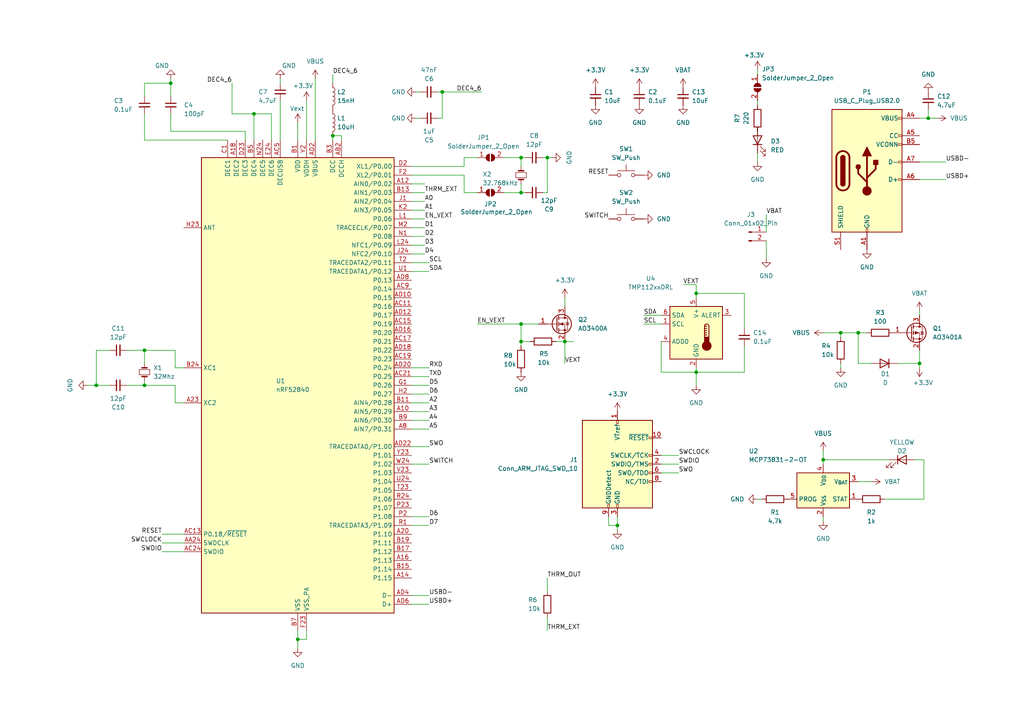
<source format=kicad_sch>
(kicad_sch (version 20231120) (generator "eeschema") (generator_version "8.0")
  (paper "A4")
  (lib_symbols
    (symbol "Battery_Management:MCP73831-2-OT"
      (property "Reference" "U" (at -7.62 6.35 0))
      (property "Value" "MCP73831-2-OT" (at 1.27 6.35 0))
      (symbol "MCP73831-2-OT_0_1"
        (rectangle (start -7.62 5.08) (end 7.62 -5.08) (stroke (width 0.254)) (fill (type background)))
      )
      (symbol "MCP73831-2-OT_1_1"
        (pin tri_state line (at 10.16 -2.54 180) (length 2.54) (name "STAT") (number "1"))
        (pin power_in line (at 0 -7.62 90) (length 2.54) (name "V_{SS}") (number "2"))
        (pin power_out line (at 10.16 2.54 180) (length 2.54) (name "V_{BAT}") (number "3"))
        (pin power_in line (at 0 7.62 270) (length 2.54) (name "V_{DD}") (number "4"))
        (pin input line (at -10.16 -2.54 0) (length 2.54) (name "PROG") (number "5"))
      )
    )
    (symbol "Connector:Conn_01x02_Pin" (pin_names (offset 1.016) hide)
      (property "Reference" "J" (at 0 2.54 0))
      (property "Value" "Conn_01x02_Pin" (at 0 -5.08 0))
      (symbol "Conn_01x02_Pin_1_1"
        (polyline (pts (xy 1.27 -2.54) (xy 0.8636 -2.54)) (stroke (width 0.1524)))
        (polyline (pts (xy 1.27 0) (xy 0.8636 0)) (stroke (width 0.1524)))
        (rectangle (start 0.8636 -2.413) (end 0 -2.667) (stroke (width 0.1524)) (fill (type outline)))
        (rectangle (start 0.8636 0.127) (end 0 -0.127) (stroke (width 0.1524)) (fill (type outline)))
        (pin passive line (at 5.08 0 180) (length 3.81) (name "Pin_1") (number "1"))
        (pin passive line (at 5.08 -2.54 180) (length 3.81) (name "Pin_2") (number "2"))
      )
    )
    (symbol "Connector:Conn_ARM_JTAG_SWD_10" (pin_names (offset 1.016))
      (property "Reference" "J" (at -2.54 16.51 0))
      (property "Value" "Conn_ARM_JTAG_SWD_10" (at -2.54 13.97 0))
      (symbol "Conn_ARM_JTAG_SWD_10_0_1"
        (rectangle (start -10.16 12.7) (end 10.16 -12.7) (stroke (width 0.254)) (fill (type background)))
        (rectangle (start -2.794 -12.7) (end -2.286 -11.684))
        (rectangle (start -0.254 -12.7) (end 0.254 -11.684))
        (rectangle (start -0.254 12.7) (end 0.254 11.684))
        (rectangle (start 9.144 2.286) (end 10.16 2.794))
        (rectangle (start 10.16 -2.794) (end 9.144 -2.286))
        (rectangle (start 10.16 -0.254) (end 9.144 0.254))
        (rectangle (start 10.16 7.874) (end 9.144 7.366))
      )
      (symbol "Conn_ARM_JTAG_SWD_10_1_1"
        (rectangle (start 9.144 -5.334) (end 10.16 -4.826))
        (pin power_in line (at 0 15.24 270) (length 2.54) (name "VTref") (number "1"))
        (pin open_collector line (at 12.7 7.62 180) (length 2.54) (name "~{RESET}") (number "10"))
        (pin bidirectional line (at 12.7 0 180) (length 2.54) (name "SWDIO/TMS") (number "2"))
        (pin power_in line (at 0 -15.24 90) (length 2.54) (name "GND") (number "3"))
        (pin output line (at 12.7 2.54 180) (length 2.54) (name "SWCLK/TCK") (number "4"))
        (pin passive line (at 0 -15.24 90) (length 2.54) hide (name "GND") (number "5"))
        (pin input line (at 12.7 -2.54 180) (length 2.54) (name "SWO/TDO") (number "6"))
        (pin no_connect line (at -10.16 0 0) (length 2.54) hide (name "KEY") (number "7"))
        (pin output line (at 12.7 -5.08 180) (length 2.54) (name "NC/TDI") (number "8"))
        (pin passive line (at -2.54 -15.24 90) (length 2.54) (name "GNDDetect") (number "9"))
      )
    )
    (symbol "Connector:USB_C_Plug_USB2.0" (pin_names (offset 1.016))
      (property "Reference" "P" (at -10.16 19.05 0))
      (property "Value" "USB_C_Plug_USB2.0" (at 12.7 19.05 0))
      (symbol "USB_C_Plug_USB2.0_0_0"
        (rectangle (start -0.254 -17.78) (end 0.254 -16.764))
        (rectangle (start 10.16 -2.286) (end 9.144 -2.794))
        (rectangle (start 10.16 2.794) (end 9.144 2.286))
        (rectangle (start 10.16 7.874) (end 9.144 7.366))
        (rectangle (start 10.16 10.414) (end 9.144 9.906))
        (rectangle (start 10.16 15.494) (end 9.144 14.986))
      )
      (symbol "USB_C_Plug_USB2.0_0_1"
        (rectangle (start -10.16 17.78) (end 10.16 -17.78) (stroke (width 0.254)) (fill (type background)))
        (arc (start -8.89 -3.81) (mid -6.985 -5.7067) (end -5.08 -3.81) (stroke (width 0.508)))
        (arc (start -7.62 -3.81) (mid -6.985 -4.4423) (end -6.35 -3.81) (stroke (width 0.254)))
        (arc (start -7.62 -3.81) (mid -6.985 -4.4423) (end -6.35 -3.81) (stroke (width 0.254)) (fill (type outline)))
        (rectangle (start -7.62 -3.81) (end -6.35 3.81) (stroke (width 0.254)) (fill (type outline)))
        (arc (start -6.35 3.81) (mid -6.985 4.4423) (end -7.62 3.81) (stroke (width 0.254)))
        (arc (start -6.35 3.81) (mid -6.985 4.4423) (end -7.62 3.81) (stroke (width 0.254)) (fill (type outline)))
        (arc (start -5.08 3.81) (mid -6.985 5.7067) (end -8.89 3.81) (stroke (width 0.508)))
        (circle (center -2.54 1.143) (radius 0.635) (stroke (width 0.254)) (fill (type outline)))
        (circle (center 0 -5.842) (radius 1.27) (fill (type outline)))
        (polyline (pts (xy -8.89 -3.81) (xy -8.89 3.81)) (stroke (width 0.508)))
        (polyline (pts (xy -5.08 3.81) (xy -5.08 -3.81)) (stroke (width 0.508)))
        (polyline (pts (xy 0 -5.842) (xy 0 4.318)) (stroke (width 0.508)))
        (polyline (pts (xy 0 -3.302) (xy -2.54 -0.762) (xy -2.54 0.508)) (stroke (width 0.508)))
        (polyline (pts (xy 0 -2.032) (xy 2.54 0.508) (xy 2.54 1.778)) (stroke (width 0.508)))
        (polyline (pts (xy -1.27 4.318) (xy 0 6.858) (xy 1.27 4.318) (xy -1.27 4.318)) (stroke (width 0.254)) (fill (type outline)))
        (rectangle (start 1.905 1.778) (end 3.175 3.048) (stroke (width 0.254)) (fill (type outline)))
      )
      (symbol "USB_C_Plug_USB2.0_1_1"
        (pin passive line (at 0 -22.86 90) (length 5.08) (name "GND") (number "A1"))
        (pin passive line (at 0 -22.86 90) (length 5.08) hide (name "GND") (number "A12"))
        (pin passive line (at 15.24 15.24 180) (length 5.08) (name "VBUS") (number "A4"))
        (pin bidirectional line (at 15.24 10.16 180) (length 5.08) (name "CC") (number "A5"))
        (pin bidirectional line (at 15.24 -2.54 180) (length 5.08) (name "D+") (number "A6"))
        (pin bidirectional line (at 15.24 2.54 180) (length 5.08) (name "D-") (number "A7"))
        (pin passive line (at 15.24 15.24 180) (length 5.08) hide (name "VBUS") (number "A9"))
        (pin passive line (at 0 -22.86 90) (length 5.08) hide (name "GND") (number "B1"))
        (pin passive line (at 0 -22.86 90) (length 5.08) hide (name "GND") (number "B12"))
        (pin passive line (at 15.24 15.24 180) (length 5.08) hide (name "VBUS") (number "B4"))
        (pin bidirectional line (at 15.24 7.62 180) (length 5.08) (name "VCONN") (number "B5"))
        (pin passive line (at 15.24 15.24 180) (length 5.08) hide (name "VBUS") (number "B9"))
        (pin passive line (at -7.62 -22.86 90) (length 5.08) (name "SHIELD") (number "S1"))
      )
    )
    (symbol "Device:C_Small" (pin_numbers hide) (pin_names (offset 0.254) hide)
      (property "Reference" "C" (at 0.254 1.778 0))
      (property "Value" "C_Small" (at 0.254 -2.032 0))
      (symbol "C_Small_0_1"
        (polyline (pts (xy -1.524 -0.508) (xy 1.524 -0.508)) (stroke (width 0.3302)))
        (polyline (pts (xy -1.524 0.508) (xy 1.524 0.508)) (stroke (width 0.3048)))
      )
      (symbol "C_Small_1_1"
        (pin passive line (at 0 2.54 270) (length 2.032) (name "~") (number "1"))
        (pin passive line (at 0 -2.54 90) (length 2.032) (name "~") (number "2"))
      )
    )
    (symbol "Device:Crystal_Small" (pin_numbers hide) (pin_names (offset 1.016) hide)
      (property "Reference" "Y" (at 0 2.54 0))
      (property "Value" "Crystal_Small" (at 0 -2.54 0))
      (symbol "Crystal_Small_0_1"
        (rectangle (start -0.762 -1.524) (end 0.762 1.524))
        (polyline (pts (xy -1.27 -0.762) (xy -1.27 0.762)) (stroke (width 0.381)))
        (polyline (pts (xy 1.27 -0.762) (xy 1.27 0.762)) (stroke (width 0.381)))
      )
      (symbol "Crystal_Small_1_1"
        (pin passive line (at -2.54 0 0) (length 1.27) (name "1") (number "1"))
        (pin passive line (at 2.54 0 180) (length 1.27) (name "2") (number "2"))
      )
    )
    (symbol "Device:D" (pin_numbers hide) (pin_names (offset 1.016) hide)
      (property "Reference" "D" (at 0 2.54 0))
      (property "Value" "D" (at 0 -2.54 0))
      (symbol "D_0_1"
        (polyline (pts (xy -1.27 1.27) (xy -1.27 -1.27)) (stroke (width 0.254)))
        (polyline (pts (xy 1.27 0) (xy -1.27 0)))
        (polyline (pts (xy 1.27 1.27) (xy 1.27 -1.27) (xy -1.27 0) (xy 1.27 1.27)) (stroke (width 0.254)))
      )
      (symbol "D_1_1"
        (pin passive line (at -3.81 0 0) (length 2.54) (name "K") (number "1"))
        (pin passive line (at 3.81 0 180) (length 2.54) (name "A") (number "2"))
      )
    )
    (symbol "Device:L" (pin_numbers hide) (pin_names (offset 1.016) hide)
      (property "Reference" "L" (at -1.27 0 90))
      (property "Value" "L" (at 1.905 0 90))
      (symbol "L_0_1"
        (arc (start 0 -2.54) (mid 0.6323 -1.905) (end 0 -1.27))
        (arc (start 0 -1.27) (mid 0.6323 -0.635) (end 0 0))
        (arc (start 0 0) (mid 0.6323 0.635) (end 0 1.27))
        (arc (start 0 1.27) (mid 0.6323 1.905) (end 0 2.54))
      )
      (symbol "L_1_1"
        (pin passive line (at 0 3.81 270) (length 1.27) (name "1") (number "1"))
        (pin passive line (at 0 -3.81 90) (length 1.27) (name "2") (number "2"))
      )
    )
    (symbol "Device:LED" (pin_numbers hide) (pin_names (offset 1.016) hide)
      (property "Reference" "D" (at 0 2.54 0))
      (property "Value" "LED" (at 0 -2.54 0))
      (symbol "LED_0_1"
        (polyline (pts (xy -1.27 -1.27) (xy -1.27 1.27)) (stroke (width 0.254)))
        (polyline (pts (xy -1.27 0) (xy 1.27 0)))
        (polyline (pts (xy 1.27 -1.27) (xy 1.27 1.27) (xy -1.27 0) (xy 1.27 -1.27)) (stroke (width 0.254)))
        (polyline (pts (xy -3.048 -0.762) (xy -4.572 -2.286) (xy -3.81 -2.286) (xy -4.572 -2.286) (xy -4.572 -1.524)))
        (polyline (pts (xy -1.778 -0.762) (xy -3.302 -2.286) (xy -2.54 -2.286) (xy -3.302 -2.286) (xy -3.302 -1.524)))
      )
      (symbol "LED_1_1"
        (pin passive line (at -3.81 0 0) (length 2.54) (name "K") (number "1"))
        (pin passive line (at 3.81 0 180) (length 2.54) (name "A") (number "2"))
      )
    )
    (symbol "Device:R" (pin_numbers hide) (pin_names (offset 0))
      (property "Reference" "R" (at 2.032 0 90))
      (property "Value" "R" (at 0 0 90))
      (symbol "R_0_1"
        (rectangle (start -1.016 -2.54) (end 1.016 2.54) (stroke (width 0.254)))
      )
      (symbol "R_1_1"
        (pin passive line (at 0 3.81 270) (length 1.27) (name "~") (number "1"))
        (pin passive line (at 0 -3.81 90) (length 1.27) (name "~") (number "2"))
      )
    )
    (symbol "GND_1" (power) (pin_numbers hide) (pin_names (offset 0) hide)
      (property "Value" "GND" (at 0 -3.81 0))
      (symbol "GND_1_0_1"
        (polyline (pts (xy 0 0) (xy 0 -1.27) (xy 1.27 -1.27) (xy 0 -2.54) (xy -1.27 -1.27) (xy 0 -1.27)))
      )
      (symbol "GND_1_1_1"
        (pin power_in line (at 0 0 270) (length 0) (name "~") (number "1"))
      )
    )
    (symbol "Jumper:SolderJumper_2_Open" (pin_names (offset 0) hide)
      (property "Reference" "JP" (at 0 2.032 0))
      (property "Value" "SolderJumper_2_Open" (at 0 -2.54 0))
      (symbol "SolderJumper_2_Open_0_1"
        (arc (start -0.254 1.016) (mid -1.2655 0) (end -0.254 -1.016))
        (arc (start -0.254 1.016) (mid -1.2655 0) (end -0.254 -1.016) (fill (type outline)))
        (polyline (pts (xy -0.254 1.016) (xy -0.254 -1.016)))
        (polyline (pts (xy 0.254 1.016) (xy 0.254 -1.016)))
        (arc (start 0.254 -1.016) (mid 1.2655 0) (end 0.254 1.016))
        (arc (start 0.254 -1.016) (mid 1.2655 0) (end 0.254 1.016) (fill (type outline)))
      )
      (symbol "SolderJumper_2_Open_1_1"
        (pin passive line (at -3.81 0 0) (length 2.54) (name "A") (number "1"))
        (pin passive line (at 3.81 0 180) (length 2.54) (name "B") (number "2"))
      )
    )
    (symbol "MCU_Nordic:nRF52840"
      (property "Reference" "U" (at 0 5.08 0))
      (property "Value" "nRF52840" (at 0 2.54 0))
      (symbol "nRF52840_0_1"
        (rectangle (start -27.94 66.04) (end 27.94 -66.04) (stroke (width 0.254)) (fill (type background)))
      )
      (symbol "nRF52840_1_1"
        (pin bidirectional line (at 33.02 -7.62 180) (length 5.08) (name "AIN5/P0.29") (number "A10"))
        (pin bidirectional line (at 33.02 58.42 180) (length 5.08) (name "AIN0/P0.02") (number "A12"))
        (pin bidirectional line (at 33.02 -55.88 180) (length 5.08) (name "P1.15") (number "A14"))
        (pin bidirectional line (at 33.02 -50.8 180) (length 5.08) (name "P1.13") (number "A16"))
        (pin passive line (at -17.78 71.12 270) (length 5.08) (name "DEC2") (number "A18"))
        (pin bidirectional line (at 33.02 -43.18 180) (length 5.08) (name "P1.10") (number "A20"))
        (pin passive line (at 0 71.12 270) (length 5.08) hide (name "VDD") (number "A22"))
        (pin input line (at -33.02 -5.08 0) (length 5.08) (name "XC2") (number "A23"))
        (pin bidirectional line (at 33.02 -12.7 180) (length 5.08) (name "AIN7/P0.31") (number "A8"))
        (pin input line (at -33.02 -45.72 0) (length 5.08) (name "SWDCLK") (number "AA24"))
        (pin power_out line (at 12.7 71.12 270) (length 5.08) (name "DCCH") (number "AB2"))
        (pin bidirectional line (at 33.02 22.86 180) (length 5.08) (name "P0.16") (number "AC11"))
        (pin bidirectional line (at -33.02 -43.18 0) (length 5.08) (name "P0.18/~{RESET}") (number "AC13"))
        (pin bidirectional line (at 33.02 17.78 180) (length 5.08) (name "P0.19") (number "AC15"))
        (pin bidirectional line (at 33.02 12.7 180) (length 5.08) (name "P0.21") (number "AC17"))
        (pin bidirectional line (at 33.02 7.62 180) (length 5.08) (name "P0.23") (number "AC19"))
        (pin bidirectional line (at 33.02 2.54 180) (length 5.08) (name "P0.25") (number "AC21"))
        (pin bidirectional line (at -33.02 -48.26 0) (length 5.08) (name "SWDIO") (number "AC24"))
        (pin passive line (at -5.08 71.12 270) (length 5.08) (name "DECUSB") (number "AC5"))
        (pin bidirectional line (at 33.02 27.94 180) (length 5.08) (name "P0.14") (number "AC9"))
        (pin bidirectional line (at 33.02 25.4 180) (length 5.08) (name "P0.15") (number "AD10"))
        (pin bidirectional line (at 33.02 20.32 180) (length 5.08) (name "P0.17") (number "AD12"))
        (pin passive line (at 0 71.12 270) (length 5.08) hide (name "VDD") (number "AD14"))
        (pin bidirectional line (at 33.02 15.24 180) (length 5.08) (name "P0.20") (number "AD16"))
        (pin bidirectional line (at 33.02 10.16 180) (length 5.08) (name "P0.22") (number "AD18"))
        (pin power_in line (at 5.08 71.12 270) (length 5.08) (name "VBUS") (number "AD2"))
        (pin bidirectional line (at 33.02 5.08 180) (length 5.08) (name "P0.24") (number "AD20"))
        (pin bidirectional line (at 33.02 -17.78 180) (length 5.08) (name "TRACEDATA0/P1.00") (number "AD22"))
        (pin passive line (at 0 71.12 270) (length 5.08) hide (name "VDD") (number "AD23"))
        (pin bidirectional line (at 33.02 -60.96 180) (length 5.08) (name "D-") (number "AD4"))
        (pin bidirectional line (at 33.02 -63.5 180) (length 5.08) (name "D+") (number "AD6"))
        (pin bidirectional line (at 33.02 30.48 180) (length 5.08) (name "P0.13") (number "AD8"))
        (pin power_in line (at 0 71.12 270) (length 5.08) (name "VDD") (number "B1"))
        (pin bidirectional line (at 33.02 -5.08 180) (length 5.08) (name "AIN4/P0.28") (number "B11"))
        (pin bidirectional line (at 33.02 55.88 180) (length 5.08) (name "AIN1/P0.03") (number "B13"))
        (pin bidirectional line (at 33.02 -53.34 180) (length 5.08) (name "P1.14") (number "B15"))
        (pin bidirectional line (at 33.02 -48.26 180) (length 5.08) (name "P1.12") (number "B17"))
        (pin bidirectional line (at 33.02 -45.72 180) (length 5.08) (name "P1.11") (number "B19"))
        (pin input line (at -33.02 5.08 0) (length 5.08) (name "XC1") (number "B24"))
        (pin power_out line (at 10.16 71.12 270) (length 5.08) (name "DCC") (number "B3"))
        (pin passive line (at -12.7 71.12 270) (length 5.08) (name "DEC4") (number "B5"))
        (pin power_in line (at 0 -71.12 90) (length 5.08) (name "VSS") (number "B7"))
        (pin bidirectional line (at 33.02 -10.16 180) (length 5.08) (name "AIN6/P0.30") (number "B9"))
        (pin passive line (at -20.32 71.12 270) (length 5.08) (name "DEC1") (number "C1"))
        (pin bidirectional line (at 33.02 63.5 180) (length 5.08) (name "XL1/P0.00") (number "D2"))
        (pin passive line (at -15.24 71.12 270) (length 5.08) (name "DEC3") (number "D23"))
        (pin passive line (at -7.62 71.12 270) (length 5.08) (name "DEC6") (number "E24"))
        (pin passive line (at 0 -71.12 90) (length 5.08) hide (name "VSS") (number "EP"))
        (pin bidirectional line (at 33.02 60.96 180) (length 5.08) (name "XL2/P0.01") (number "F2"))
        (pin power_in line (at 2.54 -71.12 90) (length 5.08) (name "VSS_PA") (number "F23"))
        (pin bidirectional line (at 33.02 0 180) (length 5.08) (name "P0.26") (number "G1"))
        (pin bidirectional line (at 33.02 -2.54 180) (length 5.08) (name "P0.27") (number "H2"))
        (pin passive line (at -33.02 45.72 0) (length 5.08) (name "ANT") (number "H23"))
        (pin bidirectional line (at 33.02 53.34 180) (length 5.08) (name "AIN2/P0.04") (number "J1"))
        (pin bidirectional line (at 33.02 38.1 180) (length 5.08) (name "NFC2/P0.10") (number "J24"))
        (pin bidirectional line (at 33.02 50.8 180) (length 5.08) (name "AIN3/P0.05") (number "K2"))
        (pin bidirectional line (at 33.02 48.26 180) (length 5.08) (name "P0.06") (number "L1"))
        (pin bidirectional line (at 33.02 40.64 180) (length 5.08) (name "NFC1/P0.09") (number "L24"))
        (pin bidirectional line (at 33.02 45.72 180) (length 5.08) (name "TRACECLK/P0.07") (number "M2"))
        (pin bidirectional line (at 33.02 43.18 180) (length 5.08) (name "P0.08") (number "N1"))
        (pin passive line (at -10.16 71.12 270) (length 5.08) (name "DEC5") (number "N24"))
        (pin bidirectional line (at 33.02 -38.1 180) (length 5.08) (name "P1.08") (number "P2"))
        (pin bidirectional line (at 33.02 -35.56 180) (length 5.08) (name "P1.07") (number "P23"))
        (pin bidirectional line (at 33.02 -40.64 180) (length 5.08) (name "TRACEDATA3/P1.09") (number "R1"))
        (pin bidirectional line (at 33.02 -33.02 180) (length 5.08) (name "P1.06") (number "R24"))
        (pin bidirectional line (at 33.02 35.56 180) (length 5.08) (name "TRACEDATA2/P0.11") (number "T2"))
        (pin bidirectional line (at 33.02 -30.48 180) (length 5.08) (name "P1.05") (number "T23"))
        (pin bidirectional line (at 33.02 33.02 180) (length 5.08) (name "TRACEDATA1/P0.12") (number "U1"))
        (pin bidirectional line (at 33.02 -27.94 180) (length 5.08) (name "P1.04") (number "U24"))
        (pin bidirectional line (at 33.02 -25.4 180) (length 5.08) (name "P1.03") (number "V23"))
        (pin passive line (at 0 71.12 270) (length 5.08) hide (name "VDD") (number "W1"))
        (pin bidirectional line (at 33.02 -22.86 180) (length 5.08) (name "P1.02") (number "W24"))
        (pin power_in line (at 2.54 71.12 270) (length 5.08) (name "VDDH") (number "Y2"))
        (pin bidirectional line (at 33.02 -20.32 180) (length 5.08) (name "P1.01") (number "Y23"))
      )
    )
    (symbol "Sensor_Temperature:TMP112xxDRL"
      (property "Reference" "U" (at -2.54 10.795 0))
      (property "Value" "TMP112xxDRL" (at -2.54 8.89 0))
      (symbol "TMP112xxDRL_0_1"
        (rectangle (start -7.62 7.62) (end 7.62 -7.62) (stroke (width 0.254)) (fill (type background)))
      )
      (symbol "TMP112xxDRL_1_1"
        (polyline (pts (xy 2.413 -0.635) (xy 3.048 -0.635)) (stroke (width 0.254)))
        (polyline (pts (xy 2.413 0) (xy 3.048 0)) (stroke (width 0.254)))
        (polyline (pts (xy 2.413 0.635) (xy 3.048 0.635)) (stroke (width 0.254)))
        (polyline (pts (xy 2.413 1.27) (xy 3.048 1.27)) (stroke (width 0.254)))
        (polyline (pts (xy 2.413 1.905) (xy 2.413 -1.27)) (stroke (width 0.254)))
        (polyline (pts (xy 2.413 1.905) (xy 3.048 1.905)) (stroke (width 0.254)))
        (polyline (pts (xy 3.683 1.905) (xy 3.683 -1.27)) (stroke (width 0.254)))
        (circle (center 3.048 -3.81) (radius 1.27) (stroke (width 0.254)) (fill (type outline)))
        (rectangle (start 3.683 -3.175) (end 2.413 -1.27) (stroke (width 0.254)) (fill (type outline)))
        (arc (start 3.683 1.905) (mid 3.048 2.5372) (end 2.413 1.905) (stroke (width 0.254)))
        (pin input line (at -10.16 2.54 0) (length 2.54) (name "SCL") (number "1"))
        (pin power_in line (at 0 -10.16 90) (length 2.54) (name "GND") (number "2"))
        (pin open_collector line (at 10.16 5.08 180) (length 2.54) (name "ALERT") (number "3"))
        (pin input line (at -10.16 -2.54 0) (length 2.54) (name "ADD0") (number "4"))
        (pin power_in line (at 0 10.16 270) (length 2.54) (name "V+") (number "5"))
        (pin bidirectional line (at -10.16 5.08 0) (length 2.54) (name "SDA") (number "6"))
      )
    )
    (symbol "Switch:SW_Push" (pin_numbers hide) (pin_names (offset 1.016) hide)
      (property "Reference" "SW" (at 1.27 2.54 0))
      (property "Value" "SW_Push" (at 0 -1.524 0))
      (symbol "SW_Push_0_1"
        (circle (center -2.032 0) (radius 0.508))
        (polyline (pts (xy 0 1.27) (xy 0 3.048)))
        (polyline (pts (xy 2.54 1.27) (xy -2.54 1.27)))
        (circle (center 2.032 0) (radius 0.508))
        (pin passive line (at -5.08 0 0) (length 2.54) (name "1") (number "1"))
        (pin passive line (at 5.08 0 180) (length 2.54) (name "2") (number "2"))
      )
    )
    (symbol "Transistor_FET:AO3400A" (pin_names hide)
      (property "Reference" "Q" (at 5.08 1.905 0))
      (property "Value" "AO3400A" (at 5.08 0 0))
      (symbol "AO3400A_0_1"
        (polyline (pts (xy 0.254 0) (xy -2.54 0)))
        (polyline (pts (xy 0.254 1.905) (xy 0.254 -1.905)) (stroke (width 0.254)))
        (polyline (pts (xy 0.762 -1.27) (xy 0.762 -2.286)) (stroke (width 0.254)))
        (polyline (pts (xy 0.762 0.508) (xy 0.762 -0.508)) (stroke (width 0.254)))
        (polyline (pts (xy 0.762 2.286) (xy 0.762 1.27)) (stroke (width 0.254)))
        (polyline (pts (xy 2.54 2.54) (xy 2.54 1.778)))
        (polyline (pts (xy 2.54 -2.54) (xy 2.54 0) (xy 0.762 0)))
        (polyline (pts (xy 0.762 -1.778) (xy 3.302 -1.778) (xy 3.302 1.778) (xy 0.762 1.778)))
        (polyline (pts (xy 1.016 0) (xy 2.032 0.381) (xy 2.032 -0.381) (xy 1.016 0)) (fill (type outline)))
        (polyline (pts (xy 2.794 0.508) (xy 2.921 0.381) (xy 3.683 0.381) (xy 3.81 0.254)))
        (polyline (pts (xy 3.302 0.381) (xy 2.921 -0.254) (xy 3.683 -0.254) (xy 3.302 0.381)))
        (circle (center 1.651 0) (radius 2.794) (stroke (width 0.254)))
        (circle (center 2.54 -1.778) (radius 0.254) (fill (type outline)))
        (circle (center 2.54 1.778) (radius 0.254) (fill (type outline)))
      )
      (symbol "AO3400A_1_1"
        (pin input line (at -5.08 0 0) (length 2.54) (name "G") (number "1"))
        (pin passive line (at 2.54 -5.08 90) (length 2.54) (name "S") (number "2"))
        (pin passive line (at 2.54 5.08 270) (length 2.54) (name "D") (number "3"))
      )
    )
    (symbol "Transistor_FET:AO3401A" (pin_names hide)
      (property "Reference" "Q" (at 5.08 1.905 0))
      (property "Value" "AO3401A" (at 5.08 0 0))
      (symbol "AO3401A_0_1"
        (polyline (pts (xy 0.254 0) (xy -2.54 0)))
        (polyline (pts (xy 0.254 1.905) (xy 0.254 -1.905)) (stroke (width 0.254)))
        (polyline (pts (xy 0.762 -1.27) (xy 0.762 -2.286)) (stroke (width 0.254)))
        (polyline (pts (xy 0.762 0.508) (xy 0.762 -0.508)) (stroke (width 0.254)))
        (polyline (pts (xy 0.762 2.286) (xy 0.762 1.27)) (stroke (width 0.254)))
        (polyline (pts (xy 2.54 2.54) (xy 2.54 1.778)))
        (polyline (pts (xy 2.54 -2.54) (xy 2.54 0) (xy 0.762 0)))
        (polyline (pts (xy 0.762 1.778) (xy 3.302 1.778) (xy 3.302 -1.778) (xy 0.762 -1.778)))
        (polyline (pts (xy 2.286 0) (xy 1.27 0.381) (xy 1.27 -0.381) (xy 2.286 0)) (fill (type outline)))
        (polyline (pts (xy 2.794 -0.508) (xy 2.921 -0.381) (xy 3.683 -0.381) (xy 3.81 -0.254)))
        (polyline (pts (xy 3.302 -0.381) (xy 2.921 0.254) (xy 3.683 0.254) (xy 3.302 -0.381)))
        (circle (center 1.651 0) (radius 2.794) (stroke (width 0.254)))
        (circle (center 2.54 -1.778) (radius 0.254) (fill (type outline)))
        (circle (center 2.54 1.778) (radius 0.254) (fill (type outline)))
      )
      (symbol "AO3401A_1_1"
        (pin input line (at -5.08 0 0) (length 2.54) (name "G") (number "1"))
        (pin passive line (at 2.54 -5.08 90) (length 2.54) (name "S") (number "2"))
        (pin passive line (at 2.54 5.08 270) (length 2.54) (name "D") (number "3"))
      )
    )
    (symbol "VBUS_1" (power) (pin_names (offset 0))
      (property "Value" "VBAT" (at 0 3.81 90))
      (symbol "VBUS_1_0_1"
        (polyline (pts (xy -0.762 1.27) (xy 0 2.54)))
        (polyline (pts (xy 0 0) (xy 0 2.54)))
        (polyline (pts (xy 0 2.54) (xy 0.762 1.27)))
      )
      (symbol "VBUS_1_1_1"
        (pin power_in line (at 0 0 90) (length 0) hide (name "VBAT") (number "1"))
      )
    )
    (symbol "VBUS_2" (power) (pin_numbers hide) (pin_names (offset 0) hide)
      (property "Value" "VBUS" (at 0 3.556 0))
      (symbol "VBUS_2_0_1"
        (polyline (pts (xy -0.762 1.27) (xy 0 2.54)))
        (polyline (pts (xy 0 0) (xy 0 2.54)))
        (polyline (pts (xy 0 2.54) (xy 0.762 1.27)))
      )
      (symbol "VBUS_2_1_1"
        (pin power_in line (at 0 0 90) (length 0) (name "~") (number "1"))
      )
    )
    (symbol "power:+3.3V" (power) (pin_names (offset 0))
      (property "Value" "+3.3V" (at 0 3.556 0))
      (symbol "+3.3V_0_1"
        (polyline (pts (xy -0.762 1.27) (xy 0 2.54)))
        (polyline (pts (xy 0 0) (xy 0 2.54)))
        (polyline (pts (xy 0 2.54) (xy 0.762 1.27)))
      )
      (symbol "+3.3V_1_1"
        (pin power_in line (at 0 0 90) (length 0) hide (name "+3.3V") (number "1"))
      )
    )
    (symbol "power:GND" (power) (pin_names (offset 0))
      (property "Value" "GND" (at 0 -3.81 0))
      (symbol "GND_0_1"
        (polyline (pts (xy 0 0) (xy 0 -1.27) (xy 1.27 -1.27) (xy 0 -2.54) (xy -1.27 -1.27) (xy 0 -1.27)))
      )
      (symbol "GND_1_1"
        (pin power_in line (at 0 0 270) (length 0) hide (name "GND") (number "1"))
      )
    )
    (symbol "power:VBUS" (power) (pin_names (offset 0))
      (property "Value" "VBUS" (at 0 3.81 0))
      (symbol "VBUS_0_1"
        (polyline (pts (xy -0.762 1.27) (xy 0 2.54)))
        (polyline (pts (xy 0 0) (xy 0 2.54)))
        (polyline (pts (xy 0 2.54) (xy 0.762 1.27)))
      )
      (symbol "VBUS_1_1"
        (pin power_in line (at 0 0 90) (length 0) hide (name "VBUS") (number "1"))
      )
    )
  )
  (junction (at 201.93 107.95))
  (junction (at 86.36 185.42))
  (junction (at 201.93 85.09))
  (junction (at 96.52 39.37))
  (junction (at 151.13 99.06))
  (junction (at 27.94 111.76))
  (junction (at 41.91 101.6))
  (junction (at 179.07 152.4))
  (junction (at 243.84 96.52))
  (junction (at 163.83 99.06))
  (junction (at 151.13 45.72))
  (junction (at 41.91 111.76))
  (junction (at 238.76 133.35))
  (junction (at 151.13 93.98))
  (junction (at 151.13 55.88))
  (junction (at 49.53 24.13))
  (junction (at 266.7 105.41))
  (junction (at 73.66 33.02))
  (junction (at 269.24 34.29))
  (junction (at 248.92 96.52))
  (junction (at 158.75 45.72))
  (junction (at 128.27 26.67))
  (wire (pts (xy 163.83 105.41) (xy 163.83 99.06)))
  (wire (pts (xy 49.53 22.86) (xy 49.53 24.13)))
  (wire (pts (xy 67.31 24.13) (xy 67.31 33.02)))
  (wire (pts (xy 41.91 101.6) (xy 36.83 101.6)))
  (wire (pts (xy 179.07 152.4) (xy 179.07 149.86)))
  (wire (pts (xy 196.85 137.16) (xy 191.77 137.16)))
  (wire (pts (xy 81.28 29.21) (xy 81.28 40.64)))
  (wire (pts (xy 124.46 172.72) (xy 119.38 172.72)))
  (wire (pts (xy 248.92 105.41) (xy 252.73 105.41)))
  (wire (pts (xy 238.76 96.52) (xy 243.84 96.52)))
  (wire (pts (xy 119.38 119.38) (xy 124.46 119.38)))
  (wire (pts (xy 119.38 60.96) (xy 123.19 60.96)))
  (wire (pts (xy 119.38 63.5) (xy 123.19 63.5)))
  (wire (pts (xy 186.69 93.98) (xy 191.77 93.98)))
  (wire (pts (xy 88.9 182.88) (xy 88.9 185.42)))
  (wire (pts (xy 151.13 93.98) (xy 156.21 93.98)))
  (wire (pts (xy 119.38 149.86) (xy 124.46 149.86)))
  (wire (pts (xy 151.13 93.98) (xy 151.13 99.06)))
  (wire (pts (xy 41.91 105.41) (xy 41.91 101.6)))
  (wire (pts (xy 196.85 134.62) (xy 191.77 134.62)))
  (wire (pts (xy 138.43 93.98) (xy 151.13 93.98)))
  (wire (pts (xy 120.65 34.29) (xy 121.92 34.29)))
  (wire (pts (xy 201.93 111.76) (xy 201.93 107.95)))
  (wire (pts (xy 31.75 111.76) (xy 27.94 111.76)))
  (wire (pts (xy 219.71 144.78) (xy 220.98 144.78)))
  (wire (pts (xy 134.62 50.8) (xy 134.62 55.88)))
  (wire (pts (xy 160.02 45.72) (xy 158.75 45.72)))
  (wire (pts (xy 266.7 106.68) (xy 266.7 105.41)))
  (wire (pts (xy 186.69 91.44) (xy 191.77 91.44)))
  (wire (pts (xy 157.48 45.72) (xy 158.75 45.72)))
  (wire (pts (xy 99.06 40.64) (xy 99.06 39.37)))
  (wire (pts (xy 78.74 33.02) (xy 73.66 33.02)))
  (wire (pts (xy 91.44 22.86) (xy 91.44 40.64)))
  (wire (pts (xy 128.27 34.29) (xy 128.27 26.67)))
  (wire (pts (xy 163.83 86.36) (xy 163.83 88.9)))
  (wire (pts (xy 86.36 185.42) (xy 86.36 182.88)))
  (wire (pts (xy 119.38 58.42) (xy 123.19 58.42)))
  (wire (pts (xy 157.48 55.88) (xy 158.75 55.88)))
  (wire (pts (xy 176.53 152.4) (xy 179.07 152.4)))
  (wire (pts (xy 124.46 78.74) (xy 119.38 78.74)))
  (wire (pts (xy 119.38 48.26) (xy 134.62 48.26)))
  (wire (pts (xy 146.05 55.88) (xy 151.13 55.88)))
  (wire (pts (xy 78.74 33.02) (xy 78.74 40.64)))
  (wire (pts (xy 196.85 132.08) (xy 191.77 132.08)))
  (wire (pts (xy 119.38 116.84) (xy 124.46 116.84)))
  (wire (pts (xy 248.92 96.52) (xy 251.46 96.52)))
  (wire (pts (xy 124.46 76.2) (xy 119.38 76.2)))
  (wire (pts (xy 119.38 73.66) (xy 123.19 73.66)))
  (wire (pts (xy 176.53 149.86) (xy 176.53 152.4)))
  (wire (pts (xy 124.46 175.26) (xy 119.38 175.26)))
  (wire (pts (xy 53.34 106.68) (xy 50.8 106.68)))
  (wire (pts (xy 50.8 116.84) (xy 53.34 116.84)))
  (wire (pts (xy 252.73 139.7) (xy 248.92 139.7)))
  (wire (pts (xy 49.53 33.02) (xy 49.53 38.1)))
  (wire (pts (xy 134.62 45.72) (xy 138.43 45.72)))
  (wire (pts (xy 41.91 33.02) (xy 41.91 40.64)))
  (wire (pts (xy 49.53 24.13) (xy 41.91 24.13)))
  (wire (pts (xy 151.13 53.34) (xy 151.13 55.88)))
  (wire (pts (xy 238.76 133.35) (xy 238.76 130.81)))
  (wire (pts (xy 119.38 121.92) (xy 124.46 121.92)))
  (wire (pts (xy 266.7 105.41) (xy 266.7 101.6)))
  (wire (pts (xy 25.4 111.76) (xy 27.94 111.76)))
  (wire (pts (xy 266.7 90.17) (xy 266.7 91.44)))
  (wire (pts (xy 67.31 33.02) (xy 73.66 33.02)))
  (wire (pts (xy 248.92 96.52) (xy 248.92 105.41)))
  (wire (pts (xy 201.93 85.09) (xy 201.93 86.36)))
  (wire (pts (xy 96.52 39.37) (xy 96.52 40.64)))
  (wire (pts (xy 119.38 71.12) (xy 123.19 71.12)))
  (wire (pts (xy 127 34.29) (xy 128.27 34.29)))
  (wire (pts (xy 274.32 52.07) (xy 266.7 52.07)))
  (wire (pts (xy 238.76 133.35) (xy 238.76 134.62)))
  (wire (pts (xy 222.25 62.23) (xy 222.25 67.31)))
  (wire (pts (xy 41.91 111.76) (xy 36.83 111.76)))
  (wire (pts (xy 134.62 55.88) (xy 138.43 55.88)))
  (wire (pts (xy 158.75 182.88) (xy 158.75 179.07)))
  (wire (pts (xy 215.9 85.09) (xy 215.9 95.25)))
  (wire (pts (xy 269.24 34.29) (xy 266.7 34.29)))
  (wire (pts (xy 46.99 160.02) (xy 53.34 160.02)))
  (wire (pts (xy 260.35 105.41) (xy 266.7 105.41)))
  (wire (pts (xy 219.71 44.45) (xy 219.71 46.99)))
  (wire (pts (xy 124.46 106.68) (xy 119.38 106.68)))
  (wire (pts (xy 66.04 40.64) (xy 41.91 40.64)))
  (wire (pts (xy 81.28 22.86) (xy 81.28 24.13)))
  (wire (pts (xy 128.27 26.67) (xy 139.7 26.67)))
  (wire (pts (xy 219.71 21.59) (xy 219.71 20.32)))
  (wire (pts (xy 238.76 151.13) (xy 238.76 149.86)))
  (wire (pts (xy 243.84 97.79) (xy 243.84 96.52)))
  (wire (pts (xy 119.38 124.46) (xy 124.46 124.46)))
  (wire (pts (xy 198.12 82.55) (xy 201.93 82.55)))
  (wire (pts (xy 269.24 31.75) (xy 269.24 34.29)))
  (wire (pts (xy 88.9 185.42) (xy 86.36 185.42)))
  (wire (pts (xy 31.75 101.6) (xy 27.94 101.6)))
  (wire (pts (xy 71.12 38.1) (xy 49.53 38.1)))
  (wire (pts (xy 41.91 111.76) (xy 50.8 111.76)))
  (wire (pts (xy 41.91 24.13) (xy 41.91 27.94)))
  (wire (pts (xy 86.36 35.56) (xy 86.36 40.64)))
  (wire (pts (xy 243.84 96.52) (xy 248.92 96.52)))
  (wire (pts (xy 127 26.67) (xy 128.27 26.67)))
  (wire (pts (xy 119.38 114.3) (xy 124.46 114.3)))
  (wire (pts (xy 166.37 99.06) (xy 163.83 99.06)))
  (wire (pts (xy 41.91 111.76) (xy 41.91 110.49)))
  (wire (pts (xy 124.46 134.62) (xy 119.38 134.62)))
  (wire (pts (xy 222.25 69.85) (xy 222.25 74.93)))
  (wire (pts (xy 219.71 38.1) (xy 219.71 36.83)))
  (wire (pts (xy 219.71 30.48) (xy 219.71 29.21)))
  (wire (pts (xy 158.75 167.64) (xy 158.75 171.45)))
  (wire (pts (xy 191.77 107.95) (xy 201.93 107.95)))
  (wire (pts (xy 50.8 101.6) (xy 41.91 101.6)))
  (wire (pts (xy 201.93 82.55) (xy 201.93 85.09)))
  (wire (pts (xy 99.06 39.37) (xy 96.52 39.37)))
  (wire (pts (xy 134.62 48.26) (xy 134.62 45.72)))
  (wire (pts (xy 151.13 45.72) (xy 152.4 45.72)))
  (wire (pts (xy 119.38 152.4) (xy 124.46 152.4)))
  (wire (pts (xy 146.05 45.72) (xy 151.13 45.72)))
  (wire (pts (xy 274.32 46.99) (xy 266.7 46.99)))
  (wire (pts (xy 124.46 109.22) (xy 119.38 109.22)))
  (wire (pts (xy 151.13 45.72) (xy 151.13 48.26)))
  (wire (pts (xy 46.99 154.94) (xy 53.34 154.94)))
  (wire (pts (xy 119.38 55.88) (xy 123.19 55.88)))
  (wire (pts (xy 163.83 99.06) (xy 161.29 99.06)))
  (wire (pts (xy 191.77 99.06) (xy 191.77 107.95)))
  (wire (pts (xy 215.9 100.33) (xy 215.9 107.95)))
  (wire (pts (xy 151.13 100.33) (xy 151.13 99.06)))
  (wire (pts (xy 201.93 85.09) (xy 215.9 85.09)))
  (wire (pts (xy 86.36 185.42) (xy 86.36 187.96)))
  (wire (pts (xy 96.52 21.59) (xy 96.52 24.13)))
  (wire (pts (xy 124.46 129.54) (xy 119.38 129.54)))
  (wire (pts (xy 201.93 107.95) (xy 201.93 106.68)))
  (wire (pts (xy 73.66 33.02) (xy 73.66 40.64)))
  (wire (pts (xy 267.97 133.35) (xy 265.43 133.35)))
  (wire (pts (xy 50.8 106.68) (xy 50.8 101.6)))
  (wire (pts (xy 119.38 50.8) (xy 134.62 50.8)))
  (wire (pts (xy 50.8 111.76) (xy 50.8 116.84)))
  (wire (pts (xy 46.99 157.48) (xy 53.34 157.48)))
  (wire (pts (xy 243.84 106.68) (xy 243.84 105.41)))
  (wire (pts (xy 123.19 53.34) (xy 119.38 53.34)))
  (wire (pts (xy 151.13 99.06) (xy 153.67 99.06)))
  (wire (pts (xy 267.97 144.78) (xy 256.54 144.78)))
  (wire (pts (xy 151.13 55.88) (xy 152.4 55.88)))
  (wire (pts (xy 179.07 153.67) (xy 179.07 152.4)))
  (wire (pts (xy 215.9 107.95) (xy 201.93 107.95)))
  (wire (pts (xy 238.76 133.35) (xy 257.81 133.35)))
  (wire (pts (xy 267.97 133.35) (xy 267.97 144.78)))
  (wire (pts (xy 119.38 111.76) (xy 124.46 111.76)))
  (wire (pts (xy 119.38 68.58) (xy 123.19 68.58)))
  (wire (pts (xy 27.94 101.6) (xy 27.94 111.76)))
  (wire (pts (xy 120.65 26.67) (xy 121.92 26.67)))
  (wire (pts (xy 158.75 55.88) (xy 158.75 45.72)))
  (wire (pts (xy 71.12 40.64) (xy 71.12 38.1)))
  (wire (pts (xy 88.9 29.21) (xy 88.9 40.64)))
  (wire (pts (xy 49.53 24.13) (xy 49.53 27.94)))
  (wire (pts (xy 271.78 34.29) (xy 269.24 34.29)))
  (wire (pts (xy 119.38 66.04) (xy 123.19 66.04)))
  (label "D6" (at 124.46 114.3 0))
  (label "TXD" (at 124.46 109.22 0))
  (label "THRM_EXT" (at 123.19 55.88 0))
  (label "SWCLOCK" (at 196.85 132.08 0))
  (label "A3" (at 124.46 119.38 0))
  (label "SWDIO" (at 46.99 160.02 180))
  (label "VBAT" (at 222.25 62.23 0))
  (label "DEC4_6" (at 67.31 24.13 180))
  (label "A2" (at 124.46 116.84 0))
  (label "RESET" (at 176.53 50.8 180))
  (label "RXD" (at 124.46 106.68 0))
  (label "D5" (at 124.46 111.76 0))
  (label "D3" (at 123.19 71.12 0))
  (label "THRM_EXT" (at 158.75 182.88 0))
  (label "SWITCH" (at 124.46 134.62 0))
  (label "A1" (at 123.19 60.96 0))
  (label "USBD-" (at 124.46 172.72 0))
  (label "USBD+" (at 274.32 52.07 0))
  (label "SCL" (at 186.69 93.98 0))
  (label "SWCLOCK" (at 46.99 157.48 180))
  (label "SWO" (at 124.46 129.54 0))
  (label "THRM_OUT" (at 158.75 167.64 0))
  (label "A0" (at 123.19 58.42 0))
  (label "A4" (at 124.46 121.92 0))
  (label "SWITCH" (at 176.53 63.5 180))
  (label "SWO" (at 196.85 137.16 0))
  (label "EN_VEXT" (at 123.19 63.5 0))
  (label "D2" (at 123.19 68.58 0))
  (label "SDA" (at 124.46 78.74 0))
  (label "SDA" (at 186.69 91.44 0))
  (label "RESET" (at 46.99 154.94 180))
  (label "D4" (at 123.19 73.66 0))
  (label "VEXT" (at 163.83 105.41 0))
  (label "D1" (at 123.19 66.04 0))
  (label "SWDIO" (at 196.85 134.62 0))
  (label "VEXT" (at 198.12 82.55 0))
  (label "DEC4_6" (at 96.52 21.59 0))
  (label "EN_VEXT" (at 138.43 93.98 0))
  (label "SCL" (at 124.46 76.2 0))
  (label "USBD-" (at 274.32 46.99 0))
  (label "DEC4_6" (at 139.7 26.67 180))
  (label "USBD+" (at 124.46 175.26 0))
  (label "A5" (at 124.46 124.46 0))
  (label "D7" (at 124.46 152.4 0))
  (label "D6" (at 124.46 149.86 0))
  (symbol (lib_name "VBUS_1") (lib_id "power:VBUS") (at 252.73 139.7 270) (unit 1)
    (property "Reference" "#PWR024" (effects (hide yes)))
    (property "Value" "VBAT" (at 256.54 139.7 90) (effects (justify left)))
  )
  (symbol (lib_id "Device:R") (at 157.48 99.06 90) (unit 1)
    (property "Reference" "R5" (at 157.734 102.616 90))
    (property "Value" "10k" (at 157.734 105.156 90))
    (property "Footprint" "custom_jlc_parts:0603_res" (effects (hide yes)))
    (property "Description" "Resistor" (effects (hide yes)))
  )
  (symbol (lib_name "VBUS_1") (lib_id "power:VBUS") (at 266.7 90.17 0) (unit 1)
    (property "Reference" "#PWR030" (effects (hide yes)))
    (property "Value" "VBAT" (at 266.7 85.09 0))
  )
  (symbol (lib_name "GND_1") (lib_id "power:GND") (at 219.71 46.99 0) (unit 1)
    (property "Reference" "#PWR033" (effects (hide yes)))
    (property "Value" "GND" (at 219.71 52.07 0))
    (property "Description" "Power symbol creates a global label with name \"GND\" , ground" (effects (hide yes)))
  )
  (symbol (lib_id "power:GND") (at 160.02 45.72 90) (unit 1)
    (property "Reference" "#PWR08" (effects (hide yes)))
    (property "Value" "GND" (at 165.1 45.72 0))
  )
  (symbol (lib_id "Device:C_Small") (at 269.24 29.21 0) (unit 1)
    (property "Reference" "C12" (at 271.78 27.9463 0) (effects (justify left)))
    (property "Value" "4.7uF" (at 271.78 30.4863 0) (effects (justify left)))
    (property "Footprint" "custom_jlc_parts:0402_cap" (effects (hide yes)))
  )
  (symbol (lib_id "Device:C_Small") (at 34.29 101.6 90) (unit 1)
    (property "Reference" "C11" (at 34.29 95.25 90))
    (property "Value" "12pF" (at 34.29 97.79 90))
    (property "Footprint" "custom_jlc_parts:0402_cap" (effects (hide yes)))
  )
  (symbol (lib_id "Device:R") (at 255.27 96.52 270) (unit 1)
    (property "Reference" "R3" (at 255.27 90.678 90))
    (property "Value" "100" (at 255.27 93.218 90))
    (property "Footprint" "custom_jlc_parts:0603_res" (effects (hide yes)))
    (property "Description" "Resistor" (effects (hide yes)))
  )
  (symbol (lib_id "Device:C_Small") (at 154.94 45.72 90) (unit 1)
    (property "Reference" "C8" (at 154.94 39.37 90))
    (property "Value" "12pF" (at 154.94 41.91 90))
    (property "Footprint" "custom_jlc_parts:0402_cap" (effects (hide yes)))
  )
  (symbol (lib_id "Device:R") (at 219.71 34.29 0) (unit 1)
    (property "Reference" "R7" (at 213.868 34.29 90))
    (property "Value" "220" (at 216.408 34.29 90))
    (property "Footprint" "custom_jlc_parts:0603_res" (effects (hide yes)))
    (property "Description" "Resistor" (effects (hide yes)))
  )
  (symbol (lib_id "Device:L") (at 96.52 27.94 0) (unit 1)
    (property "Reference" "L2" (at 97.79 26.67 0) (effects (justify left)))
    (property "Value" "15nH" (at 97.79 29.21 0) (effects (justify left)))
    (property "Footprint" "custom_jlc_parts:0402_cap" (effects (hide yes)))
  )
  (symbol (lib_id "Connector:Conn_ARM_JTAG_SWD_10") (at 179.07 134.62 0) (unit 1)
    (property "Reference" "J1" (at 167.64 133.35 0) (effects (justify right)))
    (property "Value" "Conn_ARM_JTAG_SWD_10" (at 167.64 135.89 0) (effects (justify right)))
    (property "Footprint" "Adafruit_nRF52840_feather:2X05_1.27MM_BOX_POSTS" (effects (hide yes)))
    (property "Datasheet" "http://infocenter.arm.com/help/topic/com.arm.doc.ddi0314h/DDI0314H_coresight_components_trm.pdf" (effects (hide yes)))
  )
  (symbol (lib_id "power:+3.3V") (at 266.7 106.68 180) (unit 1)
    (property "Reference" "#PWR031" (effects (hide yes)))
    (property "Value" "+3.3V" (at 267.716 110.998 0))
  )
  (symbol (lib_id "Transistor_FET:AO3401A") (at 264.16 96.52 0) (unit 1)
    (property "Reference" "Q1" (at 270.51 95.2499 0) (effects (justify left)))
    (property "Value" "AO3401A" (at 270.51 97.7899 0) (effects (justify left)))
    (property "Footprint" "Package_TO_SOT_SMD:SOT-23" (effects (hide yes)))
    (property "Datasheet" "http://www.aosmd.com/pdfs/datasheet/AO3401A.pdf" (effects (hide yes)))
    (property "Description" "-4.0A Id, -30V Vds, P-Channel MOSFET, SOT-23" (effects (hide yes)))
  )
  (symbol (lib_id "power:GND") (at 25.4 111.76 270) (unit 1)
    (property "Reference" "#PWR07" (effects (hide yes)))
    (property "Value" "GND" (at 20.32 111.76 0))
  )
  (symbol (lib_id "power:+3.3V") (at 179.07 119.38 0) (unit 1)
    (property "Reference" "#PWR017" (effects (hide yes)))
    (property "Value" "+3.3V" (at 179.07 114.3 0))
  )
  (symbol (lib_id "power:GND") (at 120.65 26.67 270) (unit 1)
    (property "Reference" "#PWR05" (effects (hide yes)))
    (property "Value" "GND" (at 115.57 26.67 90))
  )
  (symbol (lib_id "power:+3.3V") (at 88.9 29.21 0) (unit 1)
    (property "Reference" "#PWR027" (effects (hide yes)))
    (property "Value" "+3.3V" (at 87.884 24.892 0))
  )
  (symbol (lib_name "GND_1") (lib_id "power:GND") (at 222.25 74.93 0) (unit 1)
    (property "Reference" "#PWR035" (effects (hide yes)))
    (property "Value" "GND" (at 222.25 80.01 0))
    (property "Description" "Power symbol creates a global label with name \"GND\" , ground" (effects (hide yes)))
  )
  (symbol (lib_id "power:GND") (at 186.69 50.8 90) (unit 1)
    (property "Reference" "#PWR019" (effects (hide yes)))
    (property "Value" "GND" (at 190.5 50.8 90) (effects (justify right)))
  )
  (symbol (lib_id "Device:D") (at 256.54 105.41 180) (unit 1)
    (property "Reference" "D1" (at 256.794 108.458 0))
    (property "Value" "D" (at 256.794 110.998 0))
    (property "Footprint" "custom_jlc_parts:SOD-123FL_diode" (effects (hide yes)))
    (property "Description" "Diode" (effects (hide yes)))
    (property "Sim.Device" "D" (effects (hide yes)))
    (property "Sim.Pins" "1=K 2=A" (effects (hide yes)))
  )
  (symbol (lib_id "Sensor_Temperature:TMP112xxDRL") (at 201.93 96.52 0) (unit 1)
    (property "Reference" "U4" (at 188.722 80.772 0))
    (property "Value" "TMP112xxDRL" (at 188.722 83.312 0))
    (property "Footprint" "Package_TO_SOT_SMD:SOT-563" (effects (hide yes)))
    (property "Datasheet" "https://www.ti.com/lit/ds/symlink/tmp112.pdf" (effects (hide yes)))
    (property "Description" "Digital Temperature Sensor with I2C/SMBus/Two-wire Interface, 12 bits, +/-1° C, one-shot conversion, alert, nist traceable, SOT-563" (effects (hide yes)))
  )
  (symbol (lib_id "power:VBUS") (at 91.44 22.86 0) (unit 1)
    (property "Reference" "#PWR03" (effects (hide yes)))
    (property "Value" "VBUS" (at 91.44 17.78 0))
  )
  (symbol (lib_name "GND_1") (lib_id "power:GND") (at 243.84 106.68 0) (unit 1)
    (property "Reference" "#PWR029" (effects (hide yes)))
    (property "Value" "GND" (at 243.84 111.76 0))
    (property "Description" "Power symbol creates a global label with name \"GND\" , ground" (effects (hide yes)))
  )
  (symbol (lib_id "Device:C_Small") (at 41.91 30.48 0) (unit 1)
    (property "Reference" "C3" (at 33.02 29.21 0) (effects (justify left)))
    (property "Value" "0.1uF" (at 33.02 31.75 0) (effects (justify left)))
    (property "Footprint" "custom_jlc_parts:0402_cap" (effects (hide yes)))
  )
  (symbol (lib_id "power:GND") (at 219.71 144.78 270) (unit 1)
    (property "Reference" "#PWR021" (effects (hide yes)))
    (property "Value" "GND" (at 215.9 144.78 90) (effects (justify right)))
  )
  (symbol (lib_id "Switch:SW_Push") (at 181.61 63.5 0) (unit 1)
    (property "Reference" "SW2" (at 181.61 55.88 0))
    (property "Value" "SW_Push" (at 181.61 58.42 0))
    (property "Footprint" "custom_jlc_parts:switch_tactile" (effects (hide yes)))
  )
  (symbol (lib_id "Jumper:SolderJumper_2_Open") (at 219.71 25.4 270) (unit 1)
    (property "Reference" "JP3" (at 220.98 20.066 90) (effects (justify left)))
    (property "Value" "SolderJumper_2_Open" (at 220.98 22.606 90) (effects (justify left)))
    (property "Footprint" "Jumper:SolderJumper-2_P1.3mm_Open_RoundedPad1.0x1.5mm" (effects (hide yes)))
    (property "Description" "Solder Jumper, 2-pole, open" (effects (hide yes)))
  )
  (symbol (lib_id "power:GND") (at 81.28 22.86 180) (unit 1)
    (property "Reference" "#PWR06" (effects (hide yes)))
    (property "Value" "GND" (at 83.82 19.05 0))
  )
  (symbol (lib_id "power:GND") (at 151.13 107.95 0) (unit 1)
    (property "Reference" "#PWR037" (effects (hide yes)))
    (property "Value" "GND" (at 151.13 113.03 0))
    (property "Description" "Power symbol creates a global label with name \"GND\" , ground" (effects (hide yes)))
  )
  (symbol (lib_id "Device:R") (at 151.13 104.14 0) (unit 1)
    (property "Reference" "R8" (at 146.05 103.124 0) (effects (justify left)))
    (property "Value" "10k" (at 146.05 105.664 0) (effects (justify left)))
    (property "Footprint" "custom_jlc_parts:0603_res" (effects (hide yes)))
    (property "Description" "Resistor" (effects (hide yes)))
  )
  (symbol (lib_id "power:GND") (at 186.69 63.5 90) (unit 1)
    (property "Reference" "#PWR020" (effects (hide yes)))
    (property "Value" "GND" (at 190.5 63.5 90) (effects (justify right)))
  )
  (symbol (lib_id "Jumper:SolderJumper_2_Open") (at 142.24 45.72 0) (unit 1)
    (property "Reference" "JP1" (at 140.208 39.878 0))
    (property "Value" "SolderJumper_2_Open" (at 140.208 42.418 0))
    (property "Footprint" "Jumper:SolderJumper-2_P1.3mm_Open_RoundedPad1.0x1.5mm" (effects (hide yes)))
    (property "Description" "Solder Jumper, 2-pole, open" (effects (hide yes)))
  )
  (symbol (lib_id "power:+3.3V") (at 219.71 20.32 0) (unit 1)
    (property "Reference" "#PWR034" (effects (hide yes)))
    (property "Value" "+3.3V" (at 218.694 16.002 0))
  )
  (symbol (lib_id "Device:C_Small") (at 34.29 111.76 270) (unit 1)
    (property "Reference" "C10" (at 34.29 118.11 90))
    (property "Value" "12pF" (at 34.29 115.57 90))
    (property "Footprint" "custom_jlc_parts:0402_cap" (effects (hide yes)))
  )
  (symbol (lib_id "power:+3.3V") (at 185.42 25.4 0) (unit 1)
    (property "Reference" "#PWR014" (effects (hide yes)))
    (property "Value" "+3.3V" (at 185.42 20.32 0))
  )
  (symbol (lib_name "VBUS_2") (lib_id "power:VBUS") (at 238.76 96.52 90) (unit 1)
    (property "Reference" "#PWR028" (effects (hide yes)))
    (property "Value" "VBUS" (at 234.95 96.5199 90) (effects (justify left)))
    (property "Description" "Power symbol creates a global label with name \"VBUS\"" (effects (hide yes)))
  )
  (symbol (lib_id "power:GND") (at 86.36 187.96 0) (unit 1)
    (property "Reference" "#PWR010" (effects (hide yes)))
    (property "Value" "GND" (at 86.36 193.04 0))
  )
  (symbol (lib_id "Connector:USB_C_Plug_USB2.0") (at 251.46 49.53 0) (unit 1)
    (property "Reference" "P1" (at 251.46 26.67 0))
    (property "Value" "USB_C_Plug_USB2.0" (at 251.46 29.21 0))
    (property "Footprint" "custom_jlc_parts:usbc" (effects (hide yes)))
    (property "Datasheet" "https://www.usb.org/sites/default/files/documents/usb_type-c.zip" (effects (hide yes)))
  )
  (symbol (lib_id "Device:C_Small") (at 81.28 26.67 0) (unit 1)
    (property "Reference" "C7" (at 74.93 26.67 0) (effects (justify left)))
    (property "Value" "4.7uF" (at 74.93 29.21 0) (effects (justify left)))
    (property "Footprint" "custom_jlc_parts:0402_cap" (effects (hide yes)))
  )
  (symbol (lib_id "power:GND") (at 49.53 22.86 180) (unit 1)
    (property "Reference" "#PWR04" (effects (hide yes)))
    (property "Value" "GND" (at 46.99 19.05 0))
  )
  (symbol (lib_id "Device:C_Small") (at 124.46 26.67 90) (unit 1)
    (property "Reference" "C6" (at 124.46 22.86 90))
    (property "Value" "47nF" (at 124.46 20.32 90))
    (property "Footprint" "custom_jlc_parts:0402_cap" (effects (hide yes)))
  )
  (symbol (lib_id "power:GND") (at 198.12 30.48 0) (unit 1)
    (property "Reference" "#PWR026" (effects (hide yes)))
    (property "Value" "GND" (at 198.12 35.56 0))
  )
  (symbol (lib_id "power:GND") (at 238.76 151.13 0) (unit 1)
    (property "Reference" "#PWR023" (effects (hide yes)))
    (property "Value" "GND" (at 238.76 156.21 0))
  )
  (symbol (lib_id "Device:R") (at 224.79 144.78 90) (unit 1)
    (property "Reference" "R1" (at 224.79 148.59 90))
    (property "Value" "4.7k" (at 224.79 151.13 90))
    (property "Footprint" "custom_jlc_parts:0603_res" (effects (hide yes)))
  )
  (symbol (lib_name "VBUS_1") (lib_id "power:VBUS") (at 198.12 25.4 0) (unit 1)
    (property "Reference" "#PWR025" (effects (hide yes)))
    (property "Value" "VBAT" (at 198.12 20.32 0))
  )
  (symbol (lib_id "Device:LED") (at 261.62 133.35 0) (unit 1)
    (property "Reference" "D2" (at 261.62 130.81 0))
    (property "Value" "YELLOW" (at 261.62 128.27 0))
    (property "Footprint" "custom_jlc_parts:0805_led_yellow" (effects (hide yes)))
  )
  (symbol (lib_id "Device:C_Small") (at 185.42 27.94 0) (unit 1)
    (property "Reference" "C2" (at 187.96 26.6763 0) (effects (justify left)))
    (property "Value" "0.1uF" (at 187.96 29.2163 0) (effects (justify left)))
    (property "Footprint" "custom_jlc_parts:0402_cap" (effects (hide yes)))
  )
  (symbol (lib_id "power:GND") (at 185.42 30.48 0) (unit 1)
    (property "Reference" "#PWR012" (effects (hide yes)))
    (property "Value" "GND" (at 185.42 35.56 0))
  )
  (symbol (lib_id "Device:C_Small") (at 154.94 55.88 270) (unit 1)
    (property "Reference" "C9" (at 159.258 60.706 90))
    (property "Value" "12pF" (at 159.258 58.166 90))
    (property "Footprint" "custom_jlc_parts:0402_cap" (effects (hide yes)))
  )
  (symbol (lib_id "Device:Crystal_Small") (at 41.91 107.95 270) (unit 1)
    (property "Reference" "X1" (at 44.45 106.6799 90) (effects (justify left)))
    (property "Value" "32Mhz" (at 44.45 109.2199 90) (effects (justify left)))
    (property "Footprint" "custom_jlc_parts:XTAL_32mhz" (effects (hide yes)))
  )
  (symbol (lib_id "Device:Crystal_Small") (at 151.13 50.8 90) (unit 1)
    (property "Reference" "X2" (at 139.954 50.546 90) (effects (justify right)))
    (property "Value" "32.768kHz" (at 139.954 53.086 90) (effects (justify right)))
    (property "Footprint" "custom_jlc_parts:xtal_32_768khz" (effects (hide yes)))
  )
  (symbol (lib_id "Device:C_Small") (at 198.12 27.94 0) (unit 1)
    (property "Reference" "C13" (at 200.66 26.6763 0) (effects (justify left)))
    (property "Value" "10uF" (at 200.66 29.2163 0) (effects (justify left)))
    (property "Footprint" "custom_jlc_parts:0402_cap" (effects (hide yes)))
  )
  (symbol (lib_id "power:GND") (at 172.72 30.48 0) (unit 1)
    (property "Reference" "#PWR011" (effects (hide yes)))
    (property "Value" "GND" (at 172.72 35.56 0))
  )
  (symbol (lib_id "Battery_Management:MCP73831-2-OT") (at 238.76 142.24 0) (unit 1)
    (property "Reference" "U2" (at 217.17 130.81 0) (effects (justify left)))
    (property "Value" "MCP73831-2-OT" (at 217.17 133.35 0) (effects (justify left)))
    (property "Footprint" "Package_TO_SOT_SMD:SOT-23-5" (effects (hide yes)))
    (property "Datasheet" "http://ww1.microchip.com/downloads/en/DeviceDoc/20001984g.pdf" (effects (hide yes)))
  )
  (symbol (lib_id "Device:L") (at 96.52 35.56 0) (unit 1)
    (property "Reference" "L1" (at 97.79 34.29 0) (effects (justify left)))
    (property "Value" "10uH" (at 97.79 36.83 0) (effects (justify left)))
    (property "Footprint" "custom_jlc_parts:1206_cap" (effects (hide yes)))
  )
  (symbol (lib_id "power:VBUS") (at 271.78 34.29 270) (unit 1)
    (property "Reference" "#PWR09" (effects (hide yes)))
    (property "Value" "VBUS" (at 275.59 34.29 90) (effects (justify left)))
  )
  (symbol (lib_id "power:GND") (at 120.65 34.29 270) (unit 1)
    (property "Reference" "#PWR02" (effects (hide yes)))
    (property "Value" "GND" (at 115.57 34.29 90))
  )
  (symbol (lib_id "power:GND") (at 179.07 153.67 0) (unit 1)
    (property "Reference" "#PWR018" (effects (hide yes)))
    (property "Value" "GND" (at 179.07 158.75 0))
  )
  (symbol (lib_id "MCU_Nordic:nRF52840") (at 86.36 111.76 0) (unit 1)
    (property "Reference" "U1" (at 80.01 110.49 0) (effects (justify left)))
    (property "Value" "nRF52840" (at 80.01 113.03 0) (effects (justify left)))
    (property "Footprint" "Package_DFN_QFN:Nordic_AQFN-73-1EP_7x7mm_P0.5mm" (effects (hide yes)))
    (property "Datasheet" "http://infocenter.nordicsemi.com/topic/com.nordic.infocenter.nrf52/dita/nrf52/chips/nrf52840.html" (effects (hide yes)))
  )
  (symbol (lib_id "Device:C_Small") (at 172.72 27.94 0) (unit 1)
    (property "Reference" "C1" (at 175.26 26.6763 0) (effects (justify left)))
    (property "Value" "10uF" (at 175.26 29.2163 0) (effects (justify left)))
    (property "Footprint" "custom_jlc_parts:0402_cap" (effects (hide yes)))
  )
  (symbol (lib_id "Switch:SW_Push") (at 181.61 50.8 0) (unit 1)
    (property "Reference" "SW1" (at 181.61 43.18 0))
    (property "Value" "SW_Push" (at 181.61 45.72 0))
    (property "Footprint" "custom_jlc_parts:switch_tactile" (effects (hide yes)))
  )
  (symbol (lib_id "Device:R") (at 243.84 101.6 0) (unit 1)
    (property "Reference" "R4" (at 238.252 100.33 0) (effects (justify left)))
    (property "Value" "10k" (at 238.252 102.87 0) (effects (justify left)))
    (property "Footprint" "custom_jlc_parts:0603_res" (effects (hide yes)))
    (property "Description" "Resistor" (effects (hide yes)))
  )
  (symbol (lib_id "power:+3.3V") (at 86.36 35.56 0) (unit 1)
    (property "Reference" "#PWR01" (effects (hide yes)))
    (property "Value" "Vext" (at 84.074 31.496 0) (effects (justify left)))
  )
  (symbol (lib_id "Jumper:SolderJumper_2_Open") (at 142.24 55.88 0) (unit 1)
    (property "Reference" "JP2" (at 142.24 59.182 0))
    (property "Value" "SolderJumper_2_Open" (at 144.018 61.468 0))
    (property "Footprint" "Jumper:SolderJumper-2_P1.3mm_Open_RoundedPad1.0x1.5mm" (effects (hide yes)))
    (property "Description" "Solder Jumper, 2-pole, open" (effects (hide yes)))
  )
  (symbol (lib_id "Device:C_Small") (at 215.9 97.79 0) (unit 1)
    (property "Reference" "C14" (at 218.44 96.5262 0) (effects (justify left)))
    (property "Value" "0.1uF" (at 218.44 99.0662 0) (effects (justify left)))
    (property "Footprint" "custom_jlc_parts:0402_cap" (effects (hide yes)))
    (property "Description" "Unpolarized capacitor, small symbol" (effects (hide yes)))
  )
  (symbol (lib_id "Device:LED") (at 219.71 40.64 90) (unit 1)
    (property "Reference" "D3" (at 223.52 40.9574 90) (effects (justify right)))
    (property "Value" "RED" (at 223.52 43.4974 90) (effects (justify right)))
    (property "Footprint" "custom_jlc_parts:0603_led_red" (effects (hide yes)))
    (property "Description" "Light emitting diode" (effects (hide yes)))
  )
  (symbol (lib_id "power:+3.3V") (at 172.72 25.4 0) (unit 1)
    (property "Reference" "#PWR013" (effects (hide yes)))
    (property "Value" "+3.3V" (at 172.72 20.32 0))
  )
  (symbol (lib_id "Device:C_Small") (at 124.46 34.29 90) (unit 1)
    (property "Reference" "C5" (at 124.46 40.64 90))
    (property "Value" "1uF" (at 124.46 38.1 90))
    (property "Footprint" "custom_jlc_parts:0402_cap" (effects (hide yes)))
  )
  (symbol (lib_id "power:VBUS") (at 238.76 130.81 0) (unit 1)
    (property "Reference" "#PWR022" (effects (hide yes)))
    (property "Value" "VBUS" (at 238.76 125.73 0))
  )
  (symbol (lib_id "power:GND") (at 201.93 111.76 0) (unit 1)
    (property "Reference" "#PWR036" (effects (hide yes)))
    (property "Value" "GND" (at 201.93 116.84 0))
    (property "Description" "Power symbol creates a global label with name \"GND\" , ground" (effects (hide yes)))
  )
  (symbol (lib_id "power:GND") (at 251.46 72.39 0) (unit 1)
    (property "Reference" "#PWR016" (effects (hide yes)))
    (property "Value" "GND" (at 251.46 77.47 0))
  )
  (symbol (lib_id "power:+3.3V") (at 163.83 86.36 0) (unit 1)
    (property "Reference" "#PWR032" (effects (hide yes)))
    (property "Value" "+3.3V" (at 163.83 81.28 0))
    (property "Description" "Power symbol creates a global label with name \"+3.3V\"" (effects (hide yes)))
  )
  (symbol (lib_id "Transistor_FET:AO3400A") (at 161.29 93.98 0) (unit 1)
    (property "Reference" "Q2" (at 167.64 92.7099 0) (effects (justify left)))
    (property "Value" "AO3400A" (at 167.64 95.2499 0) (effects (justify left)))
    (property "Footprint" "Package_TO_SOT_SMD:SOT-23" (effects (hide yes)))
    (property "Datasheet" "http://www.aosmd.com/pdfs/datasheet/AO3400A.pdf" (effects (hide yes)))
    (property "Description" "30V Vds, 5.7A Id, N-Channel MOSFET, SOT-23" (effects (hide yes)))
  )
  (symbol (lib_id "Connector:Conn_01x02_Pin") (at 217.17 67.31 0) (unit 1)
    (property "Reference" "J3" (at 217.805 62.23 0))
    (property "Value" "Conn_01x02_Pin" (at 217.805 64.77 0))
    (property "Footprint" "Adafruit_nRF52840_feather:JSTPH2" (effects (hide yes)))
    (property "Description" "Generic connector, single row, 01x02, script generated" (effects (hide yes)))
  )
  (symbol (lib_id "Device:R") (at 158.75 175.26 0) (unit 1)
    (property "Reference" "R6" (at 153.162 173.99 0) (effects (justify left)))
    (property "Value" "10k" (at 153.162 176.53 0) (effects (justify left)))
    (property "Footprint" "custom_jlc_parts:0603_res" (effects (hide yes)))
    (property "Description" "Resistor" (effects (hide yes)))
  )
  (symbol (lib_id "power:GND") (at 269.24 26.67 180) (unit 1)
    (property "Reference" "#PWR015" (effects (hide yes)))
    (property "Value" "GND" (at 269.24 21.59 0))
  )
  (symbol (lib_id "Device:C_Small") (at 49.53 30.48 0) (unit 1)
    (property "Reference" "C4" (at 53.34 30.48 0) (effects (justify left)))
    (property "Value" "100pF" (at 53.34 33.02 0) (effects (justify left)))
    (property "Footprint" "custom_jlc_parts:0402_cap" (effects (hide yes)))
  )
  (symbol (lib_id "Device:R") (at 252.73 144.78 90) (unit 1)
    (property "Reference" "R2" (at 252.73 148.59 90))
    (property "Value" "1k" (at 252.73 151.13 90))
    (property "Footprint" "custom_jlc_parts:0603_res" (effects (hide yes)))
  )
)
</source>
